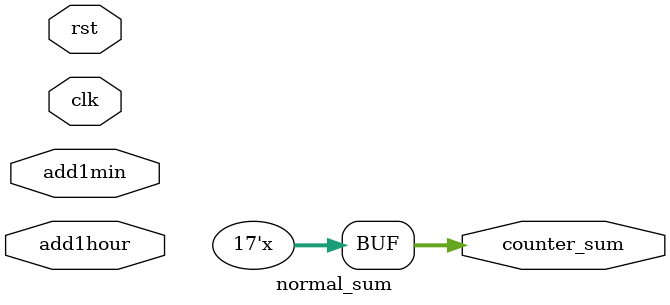
<source format=v>
`timescale 1ns / 1ps


module normal_sum(
clk, add1hour,add1min,rst,counter_sum
    );
input add1hour,add1min,rst,clk;
output reg [16:0] counter_sum;
always @(add1min or add1hour) begin 
if(add1hour==1)begin
counter_sum<=counter_sum+3600; 
end
else if(add1min==1) begin
counter_sum<=counter_sum+60; 
end
else begin
end
end
always @(posedge clk or posedge rst) begin
if(rst==1) begin
counter_sum <= 0;end
else if(counter_sum < 86400) begin
counter_sum<= counter_sum+1;
end
else begin
counter_sum<=0;
end
end
endmodule

</source>
